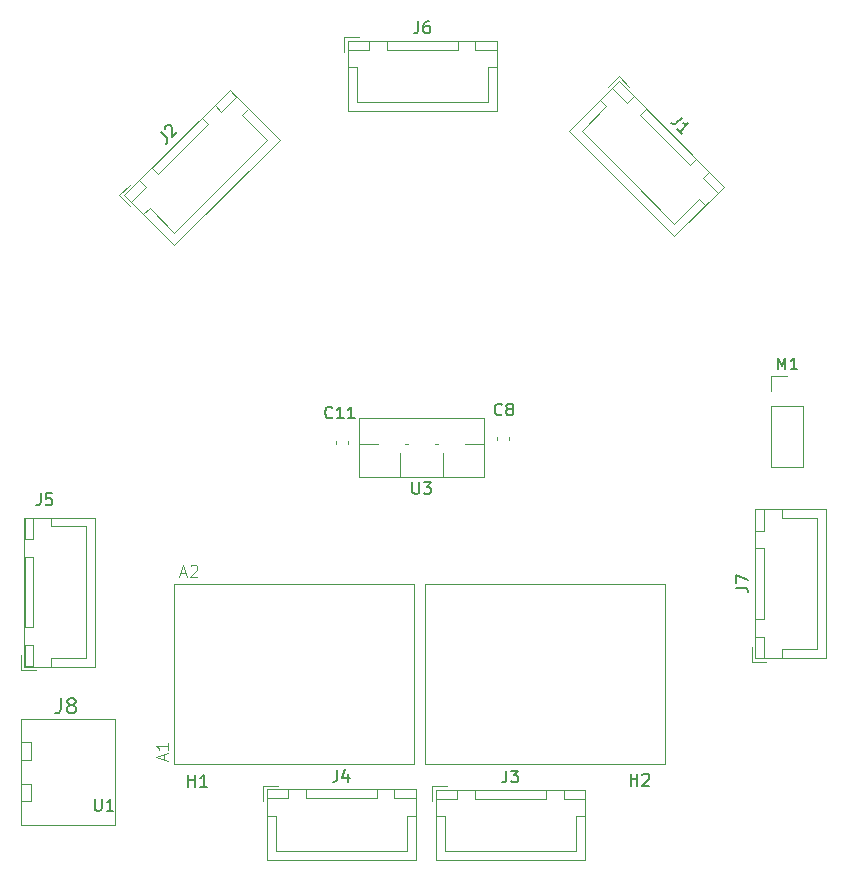
<source format=gbr>
%TF.GenerationSoftware,KiCad,Pcbnew,7.0.2*%
%TF.CreationDate,2023-05-23T14:15:23+02:00*%
%TF.ProjectId,robot2,726f626f-7432-42e6-9b69-6361645f7063,rev?*%
%TF.SameCoordinates,Original*%
%TF.FileFunction,Legend,Top*%
%TF.FilePolarity,Positive*%
%FSLAX46Y46*%
G04 Gerber Fmt 4.6, Leading zero omitted, Abs format (unit mm)*
G04 Created by KiCad (PCBNEW 7.0.2) date 2023-05-23 14:15:23*
%MOMM*%
%LPD*%
G01*
G04 APERTURE LIST*
%ADD10C,0.150000*%
%ADD11C,0.100000*%
%ADD12C,0.120000*%
G04 APERTURE END LIST*
D10*
%TO.C,J8*%
X111576667Y-123187526D02*
X111576667Y-124094669D01*
X111576667Y-124094669D02*
X111516190Y-124276097D01*
X111516190Y-124276097D02*
X111395238Y-124397050D01*
X111395238Y-124397050D02*
X111213809Y-124457526D01*
X111213809Y-124457526D02*
X111092857Y-124457526D01*
X112362857Y-123731811D02*
X112241905Y-123671335D01*
X112241905Y-123671335D02*
X112181428Y-123610859D01*
X112181428Y-123610859D02*
X112120952Y-123489907D01*
X112120952Y-123489907D02*
X112120952Y-123429430D01*
X112120952Y-123429430D02*
X112181428Y-123308478D01*
X112181428Y-123308478D02*
X112241905Y-123248002D01*
X112241905Y-123248002D02*
X112362857Y-123187526D01*
X112362857Y-123187526D02*
X112604762Y-123187526D01*
X112604762Y-123187526D02*
X112725714Y-123248002D01*
X112725714Y-123248002D02*
X112786190Y-123308478D01*
X112786190Y-123308478D02*
X112846667Y-123429430D01*
X112846667Y-123429430D02*
X112846667Y-123489907D01*
X112846667Y-123489907D02*
X112786190Y-123610859D01*
X112786190Y-123610859D02*
X112725714Y-123671335D01*
X112725714Y-123671335D02*
X112604762Y-123731811D01*
X112604762Y-123731811D02*
X112362857Y-123731811D01*
X112362857Y-123731811D02*
X112241905Y-123792288D01*
X112241905Y-123792288D02*
X112181428Y-123852764D01*
X112181428Y-123852764D02*
X112120952Y-123973716D01*
X112120952Y-123973716D02*
X112120952Y-124215621D01*
X112120952Y-124215621D02*
X112181428Y-124336573D01*
X112181428Y-124336573D02*
X112241905Y-124397050D01*
X112241905Y-124397050D02*
X112362857Y-124457526D01*
X112362857Y-124457526D02*
X112604762Y-124457526D01*
X112604762Y-124457526D02*
X112725714Y-124397050D01*
X112725714Y-124397050D02*
X112786190Y-124336573D01*
X112786190Y-124336573D02*
X112846667Y-124215621D01*
X112846667Y-124215621D02*
X112846667Y-123973716D01*
X112846667Y-123973716D02*
X112786190Y-123852764D01*
X112786190Y-123852764D02*
X112725714Y-123792288D01*
X112725714Y-123792288D02*
X112604762Y-123731811D01*
%TO.C,J5*%
X109866666Y-105832619D02*
X109866666Y-106546904D01*
X109866666Y-106546904D02*
X109819047Y-106689761D01*
X109819047Y-106689761D02*
X109723809Y-106785000D01*
X109723809Y-106785000D02*
X109580952Y-106832619D01*
X109580952Y-106832619D02*
X109485714Y-106832619D01*
X110819047Y-105832619D02*
X110342857Y-105832619D01*
X110342857Y-105832619D02*
X110295238Y-106308809D01*
X110295238Y-106308809D02*
X110342857Y-106261190D01*
X110342857Y-106261190D02*
X110438095Y-106213571D01*
X110438095Y-106213571D02*
X110676190Y-106213571D01*
X110676190Y-106213571D02*
X110771428Y-106261190D01*
X110771428Y-106261190D02*
X110819047Y-106308809D01*
X110819047Y-106308809D02*
X110866666Y-106404047D01*
X110866666Y-106404047D02*
X110866666Y-106642142D01*
X110866666Y-106642142D02*
X110819047Y-106737380D01*
X110819047Y-106737380D02*
X110771428Y-106785000D01*
X110771428Y-106785000D02*
X110676190Y-106832619D01*
X110676190Y-106832619D02*
X110438095Y-106832619D01*
X110438095Y-106832619D02*
X110342857Y-106785000D01*
X110342857Y-106785000D02*
X110295238Y-106737380D01*
%TO.C,M1*%
X172260476Y-95332619D02*
X172260476Y-94332619D01*
X172260476Y-94332619D02*
X172593809Y-95046904D01*
X172593809Y-95046904D02*
X172927142Y-94332619D01*
X172927142Y-94332619D02*
X172927142Y-95332619D01*
X173927142Y-95332619D02*
X173355714Y-95332619D01*
X173641428Y-95332619D02*
X173641428Y-94332619D01*
X173641428Y-94332619D02*
X173546190Y-94475476D01*
X173546190Y-94475476D02*
X173450952Y-94570714D01*
X173450952Y-94570714D02*
X173355714Y-94618333D01*
%TO.C,J6*%
X141846666Y-65857619D02*
X141846666Y-66571904D01*
X141846666Y-66571904D02*
X141799047Y-66714761D01*
X141799047Y-66714761D02*
X141703809Y-66810000D01*
X141703809Y-66810000D02*
X141560952Y-66857619D01*
X141560952Y-66857619D02*
X141465714Y-66857619D01*
X142751428Y-65857619D02*
X142560952Y-65857619D01*
X142560952Y-65857619D02*
X142465714Y-65905238D01*
X142465714Y-65905238D02*
X142418095Y-65952857D01*
X142418095Y-65952857D02*
X142322857Y-66095714D01*
X142322857Y-66095714D02*
X142275238Y-66286190D01*
X142275238Y-66286190D02*
X142275238Y-66667142D01*
X142275238Y-66667142D02*
X142322857Y-66762380D01*
X142322857Y-66762380D02*
X142370476Y-66810000D01*
X142370476Y-66810000D02*
X142465714Y-66857619D01*
X142465714Y-66857619D02*
X142656190Y-66857619D01*
X142656190Y-66857619D02*
X142751428Y-66810000D01*
X142751428Y-66810000D02*
X142799047Y-66762380D01*
X142799047Y-66762380D02*
X142846666Y-66667142D01*
X142846666Y-66667142D02*
X142846666Y-66429047D01*
X142846666Y-66429047D02*
X142799047Y-66333809D01*
X142799047Y-66333809D02*
X142751428Y-66286190D01*
X142751428Y-66286190D02*
X142656190Y-66238571D01*
X142656190Y-66238571D02*
X142465714Y-66238571D01*
X142465714Y-66238571D02*
X142370476Y-66286190D01*
X142370476Y-66286190D02*
X142322857Y-66333809D01*
X142322857Y-66333809D02*
X142275238Y-66429047D01*
%TO.C,J7*%
X168722619Y-113803333D02*
X169436904Y-113803333D01*
X169436904Y-113803333D02*
X169579761Y-113850952D01*
X169579761Y-113850952D02*
X169675000Y-113946190D01*
X169675000Y-113946190D02*
X169722619Y-114089047D01*
X169722619Y-114089047D02*
X169722619Y-114184285D01*
X168722619Y-113422380D02*
X168722619Y-112755714D01*
X168722619Y-112755714D02*
X169722619Y-113184285D01*
%TO.C,J1*%
X164185744Y-74002851D02*
X163680668Y-74507928D01*
X163680668Y-74507928D02*
X163545981Y-74575271D01*
X163545981Y-74575271D02*
X163411294Y-74575271D01*
X163411294Y-74575271D02*
X163276607Y-74507928D01*
X163276607Y-74507928D02*
X163209263Y-74440584D01*
X164185744Y-75417065D02*
X163781683Y-75013004D01*
X163983714Y-75215035D02*
X164690820Y-74507928D01*
X164690820Y-74507928D02*
X164522462Y-74541600D01*
X164522462Y-74541600D02*
X164387775Y-74541600D01*
X164387775Y-74541600D02*
X164286759Y-74507928D01*
%TO.C,H1*%
X122368095Y-130652619D02*
X122368095Y-129652619D01*
X122368095Y-130128809D02*
X122939523Y-130128809D01*
X122939523Y-130652619D02*
X122939523Y-129652619D01*
X123939523Y-130652619D02*
X123368095Y-130652619D01*
X123653809Y-130652619D02*
X123653809Y-129652619D01*
X123653809Y-129652619D02*
X123558571Y-129795476D01*
X123558571Y-129795476D02*
X123463333Y-129890714D01*
X123463333Y-129890714D02*
X123368095Y-129938333D01*
%TO.C,J4*%
X134986666Y-129242619D02*
X134986666Y-129956904D01*
X134986666Y-129956904D02*
X134939047Y-130099761D01*
X134939047Y-130099761D02*
X134843809Y-130195000D01*
X134843809Y-130195000D02*
X134700952Y-130242619D01*
X134700952Y-130242619D02*
X134605714Y-130242619D01*
X135891428Y-129575952D02*
X135891428Y-130242619D01*
X135653333Y-129195000D02*
X135415238Y-129909285D01*
X135415238Y-129909285D02*
X136034285Y-129909285D01*
%TO.C,H2*%
X159818095Y-130572619D02*
X159818095Y-129572619D01*
X159818095Y-130048809D02*
X160389523Y-130048809D01*
X160389523Y-130572619D02*
X160389523Y-129572619D01*
X160818095Y-129667857D02*
X160865714Y-129620238D01*
X160865714Y-129620238D02*
X160960952Y-129572619D01*
X160960952Y-129572619D02*
X161199047Y-129572619D01*
X161199047Y-129572619D02*
X161294285Y-129620238D01*
X161294285Y-129620238D02*
X161341904Y-129667857D01*
X161341904Y-129667857D02*
X161389523Y-129763095D01*
X161389523Y-129763095D02*
X161389523Y-129858333D01*
X161389523Y-129858333D02*
X161341904Y-130001190D01*
X161341904Y-130001190D02*
X160770476Y-130572619D01*
X160770476Y-130572619D02*
X161389523Y-130572619D01*
%TO.C,C8*%
X148913333Y-99127380D02*
X148865714Y-99175000D01*
X148865714Y-99175000D02*
X148722857Y-99222619D01*
X148722857Y-99222619D02*
X148627619Y-99222619D01*
X148627619Y-99222619D02*
X148484762Y-99175000D01*
X148484762Y-99175000D02*
X148389524Y-99079761D01*
X148389524Y-99079761D02*
X148341905Y-98984523D01*
X148341905Y-98984523D02*
X148294286Y-98794047D01*
X148294286Y-98794047D02*
X148294286Y-98651190D01*
X148294286Y-98651190D02*
X148341905Y-98460714D01*
X148341905Y-98460714D02*
X148389524Y-98365476D01*
X148389524Y-98365476D02*
X148484762Y-98270238D01*
X148484762Y-98270238D02*
X148627619Y-98222619D01*
X148627619Y-98222619D02*
X148722857Y-98222619D01*
X148722857Y-98222619D02*
X148865714Y-98270238D01*
X148865714Y-98270238D02*
X148913333Y-98317857D01*
X149484762Y-98651190D02*
X149389524Y-98603571D01*
X149389524Y-98603571D02*
X149341905Y-98555952D01*
X149341905Y-98555952D02*
X149294286Y-98460714D01*
X149294286Y-98460714D02*
X149294286Y-98413095D01*
X149294286Y-98413095D02*
X149341905Y-98317857D01*
X149341905Y-98317857D02*
X149389524Y-98270238D01*
X149389524Y-98270238D02*
X149484762Y-98222619D01*
X149484762Y-98222619D02*
X149675238Y-98222619D01*
X149675238Y-98222619D02*
X149770476Y-98270238D01*
X149770476Y-98270238D02*
X149818095Y-98317857D01*
X149818095Y-98317857D02*
X149865714Y-98413095D01*
X149865714Y-98413095D02*
X149865714Y-98460714D01*
X149865714Y-98460714D02*
X149818095Y-98555952D01*
X149818095Y-98555952D02*
X149770476Y-98603571D01*
X149770476Y-98603571D02*
X149675238Y-98651190D01*
X149675238Y-98651190D02*
X149484762Y-98651190D01*
X149484762Y-98651190D02*
X149389524Y-98698809D01*
X149389524Y-98698809D02*
X149341905Y-98746428D01*
X149341905Y-98746428D02*
X149294286Y-98841666D01*
X149294286Y-98841666D02*
X149294286Y-99032142D01*
X149294286Y-99032142D02*
X149341905Y-99127380D01*
X149341905Y-99127380D02*
X149389524Y-99175000D01*
X149389524Y-99175000D02*
X149484762Y-99222619D01*
X149484762Y-99222619D02*
X149675238Y-99222619D01*
X149675238Y-99222619D02*
X149770476Y-99175000D01*
X149770476Y-99175000D02*
X149818095Y-99127380D01*
X149818095Y-99127380D02*
X149865714Y-99032142D01*
X149865714Y-99032142D02*
X149865714Y-98841666D01*
X149865714Y-98841666D02*
X149818095Y-98746428D01*
X149818095Y-98746428D02*
X149770476Y-98698809D01*
X149770476Y-98698809D02*
X149675238Y-98651190D01*
%TO.C,C11*%
X134557142Y-99377380D02*
X134509523Y-99425000D01*
X134509523Y-99425000D02*
X134366666Y-99472619D01*
X134366666Y-99472619D02*
X134271428Y-99472619D01*
X134271428Y-99472619D02*
X134128571Y-99425000D01*
X134128571Y-99425000D02*
X134033333Y-99329761D01*
X134033333Y-99329761D02*
X133985714Y-99234523D01*
X133985714Y-99234523D02*
X133938095Y-99044047D01*
X133938095Y-99044047D02*
X133938095Y-98901190D01*
X133938095Y-98901190D02*
X133985714Y-98710714D01*
X133985714Y-98710714D02*
X134033333Y-98615476D01*
X134033333Y-98615476D02*
X134128571Y-98520238D01*
X134128571Y-98520238D02*
X134271428Y-98472619D01*
X134271428Y-98472619D02*
X134366666Y-98472619D01*
X134366666Y-98472619D02*
X134509523Y-98520238D01*
X134509523Y-98520238D02*
X134557142Y-98567857D01*
X135509523Y-99472619D02*
X134938095Y-99472619D01*
X135223809Y-99472619D02*
X135223809Y-98472619D01*
X135223809Y-98472619D02*
X135128571Y-98615476D01*
X135128571Y-98615476D02*
X135033333Y-98710714D01*
X135033333Y-98710714D02*
X134938095Y-98758333D01*
X136461904Y-99472619D02*
X135890476Y-99472619D01*
X136176190Y-99472619D02*
X136176190Y-98472619D01*
X136176190Y-98472619D02*
X136080952Y-98615476D01*
X136080952Y-98615476D02*
X135985714Y-98710714D01*
X135985714Y-98710714D02*
X135890476Y-98758333D01*
%TO.C,U3*%
X141348095Y-104875119D02*
X141348095Y-105684642D01*
X141348095Y-105684642D02*
X141395714Y-105779880D01*
X141395714Y-105779880D02*
X141443333Y-105827500D01*
X141443333Y-105827500D02*
X141538571Y-105875119D01*
X141538571Y-105875119D02*
X141729047Y-105875119D01*
X141729047Y-105875119D02*
X141824285Y-105827500D01*
X141824285Y-105827500D02*
X141871904Y-105779880D01*
X141871904Y-105779880D02*
X141919523Y-105684642D01*
X141919523Y-105684642D02*
X141919523Y-104875119D01*
X142300476Y-104875119D02*
X142919523Y-104875119D01*
X142919523Y-104875119D02*
X142586190Y-105256071D01*
X142586190Y-105256071D02*
X142729047Y-105256071D01*
X142729047Y-105256071D02*
X142824285Y-105303690D01*
X142824285Y-105303690D02*
X142871904Y-105351309D01*
X142871904Y-105351309D02*
X142919523Y-105446547D01*
X142919523Y-105446547D02*
X142919523Y-105684642D01*
X142919523Y-105684642D02*
X142871904Y-105779880D01*
X142871904Y-105779880D02*
X142824285Y-105827500D01*
X142824285Y-105827500D02*
X142729047Y-105875119D01*
X142729047Y-105875119D02*
X142443333Y-105875119D01*
X142443333Y-105875119D02*
X142348095Y-105827500D01*
X142348095Y-105827500D02*
X142300476Y-105779880D01*
%TO.C,J3*%
X149306666Y-129292619D02*
X149306666Y-130006904D01*
X149306666Y-130006904D02*
X149259047Y-130149761D01*
X149259047Y-130149761D02*
X149163809Y-130245000D01*
X149163809Y-130245000D02*
X149020952Y-130292619D01*
X149020952Y-130292619D02*
X148925714Y-130292619D01*
X149687619Y-129292619D02*
X150306666Y-129292619D01*
X150306666Y-129292619D02*
X149973333Y-129673571D01*
X149973333Y-129673571D02*
X150116190Y-129673571D01*
X150116190Y-129673571D02*
X150211428Y-129721190D01*
X150211428Y-129721190D02*
X150259047Y-129768809D01*
X150259047Y-129768809D02*
X150306666Y-129864047D01*
X150306666Y-129864047D02*
X150306666Y-130102142D01*
X150306666Y-130102142D02*
X150259047Y-130197380D01*
X150259047Y-130197380D02*
X150211428Y-130245000D01*
X150211428Y-130245000D02*
X150116190Y-130292619D01*
X150116190Y-130292619D02*
X149830476Y-130292619D01*
X149830476Y-130292619D02*
X149735238Y-130245000D01*
X149735238Y-130245000D02*
X149687619Y-130197380D01*
D11*
%TO.C,A2*%
X121695714Y-112596904D02*
X122171904Y-112596904D01*
X121600476Y-112882619D02*
X121933809Y-111882619D01*
X121933809Y-111882619D02*
X122267142Y-112882619D01*
X122552857Y-111977857D02*
X122600476Y-111930238D01*
X122600476Y-111930238D02*
X122695714Y-111882619D01*
X122695714Y-111882619D02*
X122933809Y-111882619D01*
X122933809Y-111882619D02*
X123029047Y-111930238D01*
X123029047Y-111930238D02*
X123076666Y-111977857D01*
X123076666Y-111977857D02*
X123124285Y-112073095D01*
X123124285Y-112073095D02*
X123124285Y-112168333D01*
X123124285Y-112168333D02*
X123076666Y-112311190D01*
X123076666Y-112311190D02*
X122505238Y-112882619D01*
X122505238Y-112882619D02*
X123124285Y-112882619D01*
D10*
%TO.C,J2*%
X120022431Y-75227137D02*
X120527508Y-75732213D01*
X120527508Y-75732213D02*
X120594851Y-75866900D01*
X120594851Y-75866900D02*
X120594851Y-76001587D01*
X120594851Y-76001587D02*
X120527508Y-76136274D01*
X120527508Y-76136274D02*
X120460164Y-76203618D01*
X120392821Y-74991435D02*
X120392821Y-74924091D01*
X120392821Y-74924091D02*
X120426493Y-74823076D01*
X120426493Y-74823076D02*
X120594851Y-74654717D01*
X120594851Y-74654717D02*
X120695867Y-74621045D01*
X120695867Y-74621045D02*
X120763210Y-74621045D01*
X120763210Y-74621045D02*
X120864225Y-74654717D01*
X120864225Y-74654717D02*
X120931569Y-74722061D01*
X120931569Y-74722061D02*
X120998912Y-74856748D01*
X120998912Y-74856748D02*
X120998912Y-75664870D01*
X120998912Y-75664870D02*
X121436645Y-75227137D01*
D11*
%TO.C,A1*%
X120346904Y-128384285D02*
X120346904Y-127908095D01*
X120632619Y-128479523D02*
X119632619Y-128146190D01*
X119632619Y-128146190D02*
X120632619Y-127812857D01*
X120632619Y-126955714D02*
X120632619Y-127527142D01*
X120632619Y-127241428D02*
X119632619Y-127241428D01*
X119632619Y-127241428D02*
X119775476Y-127336666D01*
X119775476Y-127336666D02*
X119870714Y-127431904D01*
X119870714Y-127431904D02*
X119918333Y-127527142D01*
D10*
%TO.C,U1*%
X114448095Y-131692619D02*
X114448095Y-132502142D01*
X114448095Y-132502142D02*
X114495714Y-132597380D01*
X114495714Y-132597380D02*
X114543333Y-132645000D01*
X114543333Y-132645000D02*
X114638571Y-132692619D01*
X114638571Y-132692619D02*
X114829047Y-132692619D01*
X114829047Y-132692619D02*
X114924285Y-132645000D01*
X114924285Y-132645000D02*
X114971904Y-132597380D01*
X114971904Y-132597380D02*
X115019523Y-132502142D01*
X115019523Y-132502142D02*
X115019523Y-131692619D01*
X116019523Y-132692619D02*
X115448095Y-132692619D01*
X115733809Y-132692619D02*
X115733809Y-131692619D01*
X115733809Y-131692619D02*
X115638571Y-131835476D01*
X115638571Y-131835476D02*
X115543333Y-131930714D01*
X115543333Y-131930714D02*
X115448095Y-131978333D01*
D12*
%TO.C,J8*%
X108190000Y-124900000D02*
X116190000Y-124900000D01*
X116190000Y-124900000D02*
X116190000Y-133900000D01*
X116190000Y-133900000D02*
X108190000Y-133900000D01*
X108190000Y-133900000D02*
X108190000Y-124900000D01*
X108190000Y-126900000D02*
X109040000Y-126900000D01*
X109040000Y-126900000D02*
X109040000Y-128400000D01*
X109040000Y-128400000D02*
X108190000Y-128400000D01*
X108190000Y-128400000D02*
X108190000Y-126900000D01*
X108190000Y-130400000D02*
X109040000Y-130400000D01*
X109040000Y-130400000D02*
X109040000Y-131900000D01*
X109040000Y-131900000D02*
X108190000Y-131900000D01*
X108190000Y-131900000D02*
X108190000Y-130400000D01*
%TO.C,J5*%
X108205000Y-120780000D02*
X109455000Y-120780000D01*
X108495000Y-120490000D02*
X114465000Y-120490000D01*
X114465000Y-120490000D02*
X114465000Y-107870000D01*
X108505000Y-120480000D02*
X109255000Y-120480000D01*
X109255000Y-120480000D02*
X109255000Y-118680000D01*
X110755000Y-120480000D02*
X110755000Y-119730000D01*
X110755000Y-119730000D02*
X113705000Y-119730000D01*
X113705000Y-119730000D02*
X113705000Y-114180000D01*
X108205000Y-119530000D02*
X108205000Y-120780000D01*
X108505000Y-118680000D02*
X108505000Y-120480000D01*
X109255000Y-118680000D02*
X108505000Y-118680000D01*
X108505000Y-117180000D02*
X109255000Y-117180000D01*
X109255000Y-117180000D02*
X109255000Y-111180000D01*
X108505000Y-111180000D02*
X108505000Y-117180000D01*
X109255000Y-111180000D02*
X108505000Y-111180000D01*
X108505000Y-109680000D02*
X109255000Y-109680000D01*
X109255000Y-109680000D02*
X109255000Y-107880000D01*
X110755000Y-108630000D02*
X113705000Y-108630000D01*
X113705000Y-108630000D02*
X113705000Y-114180000D01*
X108505000Y-107880000D02*
X108505000Y-109680000D01*
X109255000Y-107880000D02*
X108505000Y-107880000D01*
X110755000Y-107880000D02*
X110755000Y-108630000D01*
X108495000Y-107870000D02*
X108495000Y-120490000D01*
X114465000Y-107870000D02*
X108495000Y-107870000D01*
%TO.C,M1*%
X171740000Y-95870000D02*
X173070000Y-95870000D01*
X171740000Y-97200000D02*
X171740000Y-95870000D01*
X171740000Y-98470000D02*
X171740000Y-103610000D01*
X171740000Y-98470000D02*
X174400000Y-98470000D01*
X171740000Y-103610000D02*
X174400000Y-103610000D01*
X174400000Y-98470000D02*
X174400000Y-103610000D01*
%TO.C,J6*%
X135580000Y-67195000D02*
X135580000Y-68445000D01*
X135870000Y-67485000D02*
X135870000Y-73455000D01*
X135870000Y-73455000D02*
X148490000Y-73455000D01*
X135880000Y-67495000D02*
X135880000Y-68245000D01*
X135880000Y-68245000D02*
X137680000Y-68245000D01*
X135880000Y-69745000D02*
X136630000Y-69745000D01*
X136630000Y-69745000D02*
X136630000Y-72695000D01*
X136630000Y-72695000D02*
X142180000Y-72695000D01*
X136830000Y-67195000D02*
X135580000Y-67195000D01*
X137680000Y-67495000D02*
X135880000Y-67495000D01*
X137680000Y-68245000D02*
X137680000Y-67495000D01*
X139180000Y-67495000D02*
X139180000Y-68245000D01*
X139180000Y-68245000D02*
X145180000Y-68245000D01*
X145180000Y-67495000D02*
X139180000Y-67495000D01*
X145180000Y-68245000D02*
X145180000Y-67495000D01*
X146680000Y-67495000D02*
X146680000Y-68245000D01*
X146680000Y-68245000D02*
X148480000Y-68245000D01*
X147730000Y-69745000D02*
X147730000Y-72695000D01*
X147730000Y-72695000D02*
X142180000Y-72695000D01*
X148480000Y-67495000D02*
X146680000Y-67495000D01*
X148480000Y-68245000D02*
X148480000Y-67495000D01*
X148480000Y-69745000D02*
X147730000Y-69745000D01*
X148490000Y-67485000D02*
X135870000Y-67485000D01*
X148490000Y-73455000D02*
X148490000Y-67485000D01*
%TO.C,J7*%
X170060000Y-120070000D02*
X171310000Y-120070000D01*
X170350000Y-119780000D02*
X176320000Y-119780000D01*
X176320000Y-119780000D02*
X176320000Y-107160000D01*
X170360000Y-119770000D02*
X171110000Y-119770000D01*
X171110000Y-119770000D02*
X171110000Y-117970000D01*
X172610000Y-119770000D02*
X172610000Y-119020000D01*
X172610000Y-119020000D02*
X175560000Y-119020000D01*
X175560000Y-119020000D02*
X175560000Y-113470000D01*
X170060000Y-118820000D02*
X170060000Y-120070000D01*
X170360000Y-117970000D02*
X170360000Y-119770000D01*
X171110000Y-117970000D02*
X170360000Y-117970000D01*
X170360000Y-116470000D02*
X171110000Y-116470000D01*
X171110000Y-116470000D02*
X171110000Y-110470000D01*
X170360000Y-110470000D02*
X170360000Y-116470000D01*
X171110000Y-110470000D02*
X170360000Y-110470000D01*
X170360000Y-108970000D02*
X171110000Y-108970000D01*
X171110000Y-108970000D02*
X171110000Y-107170000D01*
X172610000Y-107920000D02*
X175560000Y-107920000D01*
X175560000Y-107920000D02*
X175560000Y-113470000D01*
X170360000Y-107170000D02*
X170360000Y-108970000D01*
X171110000Y-107170000D02*
X170360000Y-107170000D01*
X172610000Y-107170000D02*
X172610000Y-107920000D01*
X170350000Y-107160000D02*
X170350000Y-119780000D01*
X176320000Y-107160000D02*
X170350000Y-107160000D01*
%TO.C,J1*%
X158808870Y-70517321D02*
X157924987Y-71401205D01*
X158808870Y-70927443D02*
X154587443Y-75148870D01*
X154587443Y-75148870D02*
X163511130Y-84072558D01*
X158808870Y-70941585D02*
X158278540Y-71471915D01*
X158278540Y-71471915D02*
X159551332Y-72744707D01*
X157217880Y-72532575D02*
X157748210Y-73062905D01*
X157748210Y-73062905D02*
X155662245Y-75148870D01*
X155662245Y-75148870D02*
X159586688Y-79073313D01*
X159692754Y-71401205D02*
X158808870Y-70517321D01*
X160081663Y-72214377D02*
X158808870Y-70941585D01*
X159551332Y-72744707D02*
X160081663Y-72214377D01*
X161142323Y-73275037D02*
X160611993Y-73805368D01*
X160611993Y-73805368D02*
X164854633Y-78048008D01*
X165384963Y-77517678D02*
X161142323Y-73275037D01*
X164854633Y-78048008D02*
X165384963Y-77517678D01*
X166445624Y-78578338D02*
X165915293Y-79108668D01*
X165915293Y-79108668D02*
X167188086Y-80381461D01*
X165597095Y-80911791D02*
X163511130Y-82997756D01*
X163511130Y-82997756D02*
X159586688Y-79073313D01*
X167718416Y-79851131D02*
X166445624Y-78578338D01*
X167188086Y-80381461D02*
X167718416Y-79851131D01*
X166127426Y-81442121D02*
X165597095Y-80911791D01*
X167732558Y-79851131D02*
X158808870Y-70927443D01*
X163511130Y-84072558D02*
X167732558Y-79851131D01*
%TO.C,J4*%
X128720000Y-130580000D02*
X128720000Y-131830000D01*
X129010000Y-130870000D02*
X129010000Y-136840000D01*
X129010000Y-136840000D02*
X141630000Y-136840000D01*
X129020000Y-130880000D02*
X129020000Y-131630000D01*
X129020000Y-131630000D02*
X130820000Y-131630000D01*
X129020000Y-133130000D02*
X129770000Y-133130000D01*
X129770000Y-133130000D02*
X129770000Y-136080000D01*
X129770000Y-136080000D02*
X135320000Y-136080000D01*
X129970000Y-130580000D02*
X128720000Y-130580000D01*
X130820000Y-130880000D02*
X129020000Y-130880000D01*
X130820000Y-131630000D02*
X130820000Y-130880000D01*
X132320000Y-130880000D02*
X132320000Y-131630000D01*
X132320000Y-131630000D02*
X138320000Y-131630000D01*
X138320000Y-130880000D02*
X132320000Y-130880000D01*
X138320000Y-131630000D02*
X138320000Y-130880000D01*
X139820000Y-130880000D02*
X139820000Y-131630000D01*
X139820000Y-131630000D02*
X141620000Y-131630000D01*
X140870000Y-133130000D02*
X140870000Y-136080000D01*
X140870000Y-136080000D02*
X135320000Y-136080000D01*
X141620000Y-130880000D02*
X139820000Y-130880000D01*
X141620000Y-131630000D02*
X141620000Y-130880000D01*
X141620000Y-133130000D02*
X140870000Y-133130000D01*
X141630000Y-130870000D02*
X129010000Y-130870000D01*
X141630000Y-136840000D02*
X141630000Y-130870000D01*
%TO.C,C8*%
X148500000Y-101346267D02*
X148500000Y-101053733D01*
X149520000Y-101346267D02*
X149520000Y-101053733D01*
%TO.C,C11*%
X134860000Y-101646267D02*
X134860000Y-101353733D01*
X135880000Y-101646267D02*
X135880000Y-101353733D01*
%TO.C,U3*%
X147360000Y-104413000D02*
X147360000Y-99472000D01*
X147360000Y-104413000D02*
X136860000Y-104413000D01*
X147360000Y-101653000D02*
X145753000Y-101653000D01*
X147360000Y-99472000D02*
X136860000Y-99472000D01*
X143960000Y-104413000D02*
X143960000Y-102395000D01*
X143547000Y-101653000D02*
X143212000Y-101653000D01*
X141007000Y-101653000D02*
X140672000Y-101653000D01*
X140259000Y-104413000D02*
X140259000Y-102395000D01*
X138467000Y-101653000D02*
X136860000Y-101653000D01*
X136860000Y-104413000D02*
X136860000Y-99472000D01*
%TO.C,J3*%
X143040000Y-130630000D02*
X143040000Y-131880000D01*
X143330000Y-130920000D02*
X143330000Y-136890000D01*
X143330000Y-136890000D02*
X155950000Y-136890000D01*
X143340000Y-130930000D02*
X143340000Y-131680000D01*
X143340000Y-131680000D02*
X145140000Y-131680000D01*
X143340000Y-133180000D02*
X144090000Y-133180000D01*
X144090000Y-133180000D02*
X144090000Y-136130000D01*
X144090000Y-136130000D02*
X149640000Y-136130000D01*
X144290000Y-130630000D02*
X143040000Y-130630000D01*
X145140000Y-130930000D02*
X143340000Y-130930000D01*
X145140000Y-131680000D02*
X145140000Y-130930000D01*
X146640000Y-130930000D02*
X146640000Y-131680000D01*
X146640000Y-131680000D02*
X152640000Y-131680000D01*
X152640000Y-130930000D02*
X146640000Y-130930000D01*
X152640000Y-131680000D02*
X152640000Y-130930000D01*
X154140000Y-130930000D02*
X154140000Y-131680000D01*
X154140000Y-131680000D02*
X155940000Y-131680000D01*
X155190000Y-133180000D02*
X155190000Y-136130000D01*
X155190000Y-136130000D02*
X149640000Y-136130000D01*
X155940000Y-130930000D02*
X154140000Y-130930000D01*
X155940000Y-131680000D02*
X155940000Y-130930000D01*
X155940000Y-133180000D02*
X155190000Y-133180000D01*
X155950000Y-130920000D02*
X143330000Y-130920000D01*
X155950000Y-136890000D02*
X155950000Y-130920000D01*
D11*
%TO.C,A2*%
X142420000Y-128770000D02*
X162740000Y-128770000D01*
X162740000Y-128770000D02*
X162740000Y-113530000D01*
X162740000Y-113530000D02*
X142420000Y-113530000D01*
X142420000Y-113530000D02*
X142420000Y-128770000D01*
D12*
%TO.C,J2*%
X116536901Y-80604012D02*
X117420785Y-81487895D01*
X116947023Y-80604012D02*
X121168450Y-84825439D01*
X121168450Y-84825439D02*
X130092138Y-75901752D01*
X116961165Y-80604012D02*
X117491495Y-81134342D01*
X117491495Y-81134342D02*
X118764287Y-79861550D01*
X118552155Y-82195002D02*
X119082485Y-81664672D01*
X119082485Y-81664672D02*
X121168450Y-83750637D01*
X121168450Y-83750637D02*
X125092893Y-79826194D01*
X117420785Y-79720128D02*
X116536901Y-80604012D01*
X118233957Y-79331219D02*
X116961165Y-80604012D01*
X118764287Y-79861550D02*
X118233957Y-79331219D01*
X119294617Y-78270559D02*
X119824948Y-78800889D01*
X119824948Y-78800889D02*
X124067588Y-74558249D01*
X123537258Y-74027919D02*
X119294617Y-78270559D01*
X124067588Y-74558249D02*
X123537258Y-74027919D01*
X124597918Y-72967258D02*
X125128248Y-73497589D01*
X125128248Y-73497589D02*
X126401041Y-72224796D01*
X126931371Y-73815787D02*
X129017336Y-75901752D01*
X129017336Y-75901752D02*
X125092893Y-79826194D01*
X125870711Y-71694466D02*
X124597918Y-72967258D01*
X126401041Y-72224796D02*
X125870711Y-71694466D01*
X127461701Y-73285456D02*
X126931371Y-73815787D01*
X125870711Y-71680324D02*
X116947023Y-80604012D01*
X130092138Y-75901752D02*
X125870711Y-71680324D01*
D11*
%TO.C,A1*%
X121120000Y-128730000D02*
X141440000Y-128730000D01*
X141440000Y-128730000D02*
X141440000Y-113490000D01*
X141440000Y-113490000D02*
X121120000Y-113490000D01*
X121120000Y-113490000D02*
X121120000Y-128730000D01*
%TD*%
M02*

</source>
